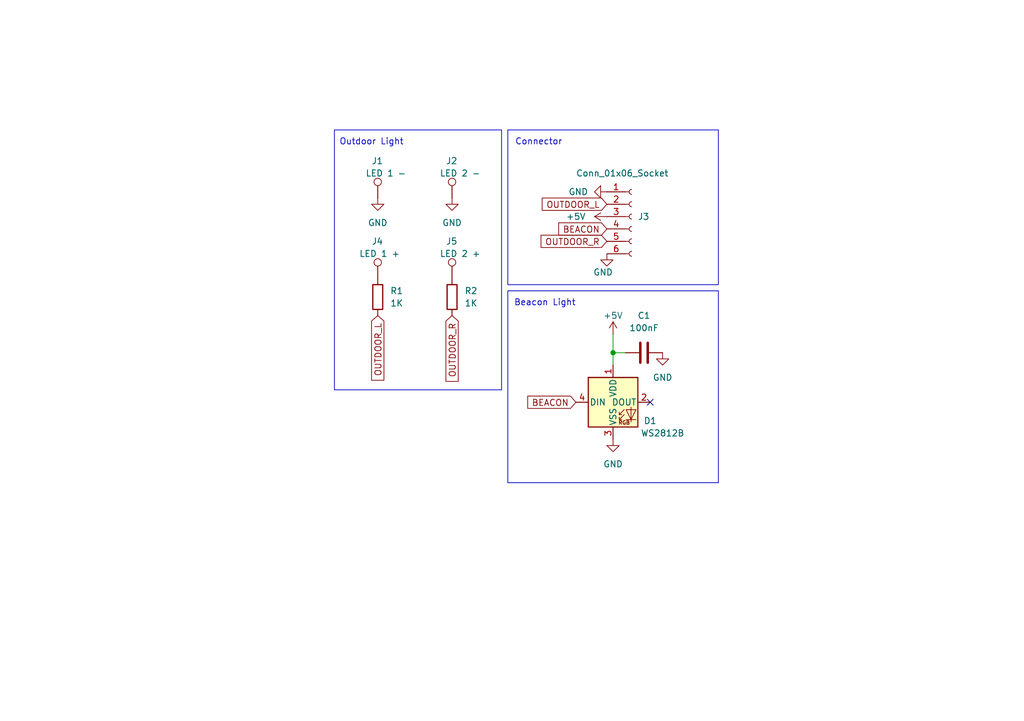
<source format=kicad_sch>
(kicad_sch (version 20250114) (generator "eeschema") (generator_version "9.0")
  (paper "A5")
  (title_block (title "Mole Beacon") (date "05.10.2025") (rev "1.0.0") (company "Peter Siegmund") (comment 1 "kicad@mars3142.org") (comment 2 "https://wiki.mars3142.dev/project/maerklin/warnemuende/lighthouse/start"))
  (lib_symbols
    (symbol "Connector:Conn_01x06_Socket" (pin_names (offset 1.016) (hide yes))
      (property "Reference" "J" (at 0 7.62 0))
      (property "Value" "Conn_01x06_Socket" (at 0 -10.16 0))
      (symbol "Conn_01x06_Socket_1_1"
        (polyline (pts (xy -1.27 5.08) (xy -0.508 5.08)) (stroke (width 0.1524)))
        (polyline (pts (xy -1.27 2.54) (xy -0.508 2.54)) (stroke (width 0.1524)))
        (polyline (pts (xy -1.27 0) (xy -0.508 0)) (stroke (width 0.1524)))
        (polyline (pts (xy -1.27 -2.54) (xy -0.508 -2.54)) (stroke (width 0.1524)))
        (polyline (pts (xy -1.27 -5.08) (xy -0.508 -5.08)) (stroke (width 0.1524)))
        (polyline (pts (xy -1.27 -7.62) (xy -0.508 -7.62)) (stroke (width 0.1524)))
        (arc (start 0 4.572) (mid -0.5058 5.08) (end 0 5.588) (stroke (width 0.1524)))
        (arc (start 0 2.032) (mid -0.5058 2.54) (end 0 3.048) (stroke (width 0.1524)))
        (arc (start 0 -0.508) (mid -0.5058 0) (end 0 0.508) (stroke (width 0.1524)))
        (arc (start 0 -3.048) (mid -0.5058 -2.54) (end 0 -2.032) (stroke (width 0.1524)))
        (arc (start 0 -5.588) (mid -0.5058 -5.08) (end 0 -4.572) (stroke (width 0.1524)))
        (arc (start 0 -8.128) (mid -0.5058 -7.62) (end 0 -7.112) (stroke (width 0.1524)))
        (pin passive line (at -5.08 5.08 0) (length 3.81) (name "Pin_1") (number "1"))
        (pin passive line (at -5.08 2.54 0) (length 3.81) (name "Pin_2") (number "2"))
        (pin passive line (at -5.08 0 0) (length 3.81) (name "Pin_3") (number "3"))
        (pin passive line (at -5.08 -2.54 0) (length 3.81) (name "Pin_4") (number "4"))
        (pin passive line (at -5.08 -5.08 0) (length 3.81) (name "Pin_5") (number "5"))
        (pin passive line (at -5.08 -7.62 0) (length 3.81) (name "Pin_6") (number "6"))
      )
    )
    (symbol "Connector:TestPoint" (pin_numbers (hide yes)) (pin_names (offset 0.762) (hide yes))
      (property "Reference" "TP" (at 0 6.858 0))
      (property "Value" "TestPoint" (at 0 5.08 0))
      (symbol "TestPoint_0_1"
        (circle (center 0 3.302) (radius 0.762))
      )
      (symbol "TestPoint_1_1"
        (pin passive line (at 0 0 90) (length 2.54) (name "1") (number "1"))
      )
    )
    (symbol "Device:C" (pin_numbers (hide yes)) (pin_names (offset 0.254))
      (property "Reference" "C" (at 0.635 2.54 0))
      (property "Value" "C" (at 0.635 -2.54 0))
      (symbol "C_0_1"
        (polyline (pts (xy -2.032 0.762) (xy 2.032 0.762)) (stroke (width 0.508)))
        (polyline (pts (xy -2.032 -0.762) (xy 2.032 -0.762)) (stroke (width 0.508)))
      )
      (symbol "C_1_1"
        (pin passive line (at 0 3.81 270) (length 2.794) (name "~") (number "1"))
        (pin passive line (at 0 -3.81 90) (length 2.794) (name "~") (number "2"))
      )
    )
    (symbol "Device:R" (pin_numbers (hide yes)) (pin_names (offset 0))
      (property "Reference" "R" (at 2.032 0 90))
      (property "Value" "R" (at 0 0 90))
      (symbol "R_0_1"
        (rectangle (start -1.016 -2.54) (end 1.016 2.54) (stroke (width 0.254)))
      )
      (symbol "R_1_1"
        (pin passive line (at 0 3.81 270) (length 1.27) (name "~") (number "1"))
        (pin passive line (at 0 -3.81 90) (length 1.27) (name "~") (number "2"))
      )
    )
    (symbol "LED:WS2812B" (pin_names (offset 0.254))
      (property "Reference" "D" (at 5.08 5.715 0))
      (property "Value" "WS2812B" (at 1.27 -5.715 0))
      (symbol "WS2812B_0_0"
        (text "RGB" (at 2.286 -4.191 0) (effects (font (size 0.762 0.762))))
      )
      (symbol "WS2812B_0_1"
        (polyline (pts (xy 1.27 -2.54) (xy 1.778 -2.54)))
        (polyline (pts (xy 1.27 -3.556) (xy 1.778 -3.556)))
        (polyline (pts (xy 2.286 -1.524) (xy 1.27 -2.54) (xy 1.27 -2.032)))
        (polyline (pts (xy 2.286 -2.54) (xy 1.27 -3.556) (xy 1.27 -3.048)))
        (polyline (pts (xy 3.683 -1.016) (xy 3.683 -3.556) (xy 3.683 -4.064)))
        (polyline (pts (xy 4.699 -1.524) (xy 2.667 -1.524) (xy 3.683 -3.556) (xy 4.699 -1.524)))
        (polyline (pts (xy 4.699 -3.556) (xy 2.667 -3.556)))
        (rectangle (start 5.08 5.08) (end -5.08 -5.08) (stroke (width 0.254)) (fill (type background)))
      )
      (symbol "WS2812B_1_1"
        (pin input line (at -7.62 0 0) (length 2.54) (name "DIN") (number "4"))
        (pin power_in line (at 0 7.62 270) (length 2.54) (name "VDD") (number "1"))
        (pin power_in line (at 0 -7.62 90) (length 2.54) (name "VSS") (number "3"))
        (pin output line (at 7.62 0 180) (length 2.54) (name "DOUT") (number "2"))
      )
    )
    (symbol "power:+5V" (power) (pin_numbers (hide yes)) (pin_names (offset 0) (hide yes))
      (property "Value" "+5V" (at 0 3.556 0))
      (symbol "+5V_0_1"
        (polyline (pts (xy -0.762 1.27) (xy 0 2.54)))
        (polyline (pts (xy 0 2.54) (xy 0.762 1.27)))
        (polyline (pts (xy 0 0) (xy 0 2.54)))
      )
      (symbol "+5V_1_1"
        (pin power_in line (at 0 0 90) (length 0) (name "~") (number "1"))
      )
    )
    (symbol "power:GND" (power) (pin_numbers (hide yes)) (pin_names (offset 0) (hide yes))
      (property "Value" "GND" (at 0 -3.81 0))
      (symbol "GND_0_1"
        (polyline (pts (xy 0 0) (xy 0 -1.27) (xy 1.27 -1.27) (xy 0 -2.54) (xy -1.27 -1.27) (xy 0 -1.27)))
      )
      (symbol "GND_1_1"
        (pin power_in line (at 0 0 270) (length 0) (name "~") (number "1"))
      )
    )
  )
  (rectangle (start 68.58 26.67) (end 102.87 80.01))
  (rectangle (start 104.14 59.69) (end 147.32 99.06))
  (rectangle (start 104.14 26.67) (end 147.32 58.42))
  (text "Beacon Light" (at 111.76 62.23 0) (effects (font (size 1.27 1.27))))
  (text "Outdoor Light" (at 76.2 29.21 0) (effects (font (size 1.27 1.27))))
  (text "Connector" (at 110.49 29.21 0) (effects (font (size 1.27 1.27))))
  (junction (at 125.73 72.39))
  (no_connect (at 133.35 82.55))
  (wire (pts (xy 128.27 72.39) (xy 125.73 72.39)))
  (wire (pts (xy 125.73 72.39) (xy 125.73 74.93)))
  (wire (pts (xy 125.73 68.58) (xy 125.73 72.39)))
  (global_label "BEACON" (shape input) (at 118.11 82.55 180) (property "Intersheetrefs" "${INTERSHEET_REFS}" (effects (hide yes))))
  (global_label "OUTDOOR_R" (shape input) (at 92.71 64.77 270) (property "Intersheetrefs" "${INTERSHEET_REFS}" (effects (hide yes))))
  (global_label "BEACON" (shape input) (at 124.46 46.99 180) (property "Intersheetrefs" "${INTERSHEET_REFS}" (effects (hide yes))))
  (global_label "OUTDOOR_L" (shape input) (at 77.47 64.77 270) (property "Intersheetrefs" "${INTERSHEET_REFS}" (effects (hide yes))))
  (global_label "OUTDOOR_L" (shape input) (at 124.46 41.91 180) (property "Intersheetrefs" "${INTERSHEET_REFS}" (effects (hide yes))))
  (global_label "OUTDOOR_R" (shape input) (at 124.46 49.53 180) (property "Intersheetrefs" "${INTERSHEET_REFS}" (effects (hide yes))))
  (symbol (lib_id "Connector:TestPoint") (at 92.71 57.15 0) (unit 1)
    (property "Reference" "J5" (at 91.44 49.53 0) (effects (justify left)))
    (property "Value" "LED 2 +" (at 90.17 52.07 0) (effects (justify left)))
    (property "Footprint" "Connector_Wire:SolderWire-0.1sqmm_1x01_D0.4mm_OD1mm" (effects (hide yes)))
    (property "Description" "test point" (effects (hide yes)))
  )
  (symbol (lib_id "Connector:Conn_01x06_Socket") (at 129.54 44.45 0) (unit 1)
    (property "Reference" "J3" (at 130.81 44.4499 0) (effects (justify left)))
    (property "Value" "Conn_01x06_Socket" (at 118.11 35.56 0) (effects (justify left)))
    (property "Footprint" "Connector_JST:JST_PH_B6B-PH-K_1x06_P2.00mm_Vertical" (effects (hide yes)))
    (property "Description" "Generic connector, single row, 01x06, script generated" (effects (hide yes)))
  )
  (symbol (lib_id "Connector:TestPoint") (at 77.47 57.15 0) (unit 1)
    (property "Reference" "J4" (at 76.2 49.53 0) (effects (justify left)))
    (property "Value" "LED 1 +" (at 73.66 52.07 0) (effects (justify left)))
    (property "Footprint" "Connector_Wire:SolderWire-0.1sqmm_1x01_D0.4mm_OD1mm" (effects (hide yes)))
    (property "Description" "test point" (effects (hide yes)))
  )
  (symbol (lib_id "power:GND") (at 92.71 40.64 0) (unit 1)
    (property "Reference" "#PWR03" (effects (hide yes)))
    (property "Value" "GND" (at 92.71 45.72 0))
    (property "Description" "Power symbol creates a global label with name \"GND\" , ground" (effects (hide yes)))
  )
  (symbol (lib_id "Connector:TestPoint") (at 77.47 40.64 0) (unit 1)
    (property "Reference" "J1" (at 76.2 33.02 0) (effects (justify left)))
    (property "Value" "LED 1 -" (at 74.93 35.56 0) (effects (justify left)))
    (property "Footprint" "Connector_Wire:SolderWire-0.1sqmm_1x01_D0.4mm_OD1mm" (effects (hide yes)))
    (property "Description" "test point" (effects (hide yes)))
  )
  (symbol (lib_id "Device:C") (at 132.08 72.39 90) (unit 1)
    (property "Reference" "C1" (at 132.08 64.77 90))
    (property "Value" "100nF" (at 132.08 67.31 90))
    (property "Footprint" "Capacitor_SMD:C_0805_2012Metric_Pad1.18x1.45mm_HandSolder" (effects (hide yes)))
    (property "Description" "Unpolarized capacitor" (effects (hide yes)))
  )
  (symbol (lib_id "LED:WS2812B") (at 125.73 82.55 0) (unit 1)
    (property "Reference" "D1" (at 133.35 86.36 0))
    (property "Value" "WS2812B" (at 135.89 88.9 0))
    (property "Footprint" "LED_SMD:LED_WS2812B_PLCC4_5.0x5.0mm_P3.2mm" (effects (hide yes)))
    (property "Datasheet" "https://cdn-shop.adafruit.com/datasheets/WS2812B.pdf" (effects (hide yes)))
    (property "Description" "RGB LED with integrated controller" (effects (hide yes)))
  )
  (symbol (lib_id "Device:R") (at 92.71 60.96 0) (unit 1)
    (property "Reference" "R2" (at 95.25 59.6899 0) (effects (justify left)))
    (property "Value" "1K" (at 95.25 62.2299 0) (effects (justify left)))
    (property "Footprint" "Resistor_SMD:R_0805_2012Metric_Pad1.20x1.40mm_HandSolder" (effects (hide yes)))
    (property "Description" "Resistor" (effects (hide yes)))
  )
  (symbol (lib_id "power:+5V") (at 125.73 68.58 0) (unit 1)
    (property "Reference" "#PWR06" (effects (hide yes)))
    (property "Value" "+5V" (at 125.73 64.77 0))
    (property "Description" "Power symbol creates a global label with name \"+5V\"" (effects (hide yes)))
  )
  (symbol (lib_id "power:GND") (at 77.47 40.64 0) (unit 1)
    (property "Reference" "#PWR02" (effects (hide yes)))
    (property "Value" "GND" (at 77.47 45.72 0))
    (property "Description" "Power symbol creates a global label with name \"GND\" , ground" (effects (hide yes)))
  )
  (symbol (lib_id "Device:R") (at 77.47 60.96 0) (unit 1)
    (property "Reference" "R1" (at 80.01 59.6899 0) (effects (justify left)))
    (property "Value" "1K" (at 80.01 62.2299 0) (effects (justify left)))
    (property "Footprint" "Resistor_SMD:R_0805_2012Metric_Pad1.20x1.40mm_HandSolder" (effects (hide yes)))
    (property "Description" "Resistor" (effects (hide yes)))
  )
  (symbol (lib_id "power:GND") (at 135.89 72.39 0) (unit 1)
    (property "Reference" "#PWR07" (effects (hide yes)))
    (property "Value" "GND" (at 135.89 77.47 0))
    (property "Description" "Power symbol creates a global label with name \"GND\" , ground" (effects (hide yes)))
  )
  (symbol (lib_id "power:GND") (at 124.46 39.37 270) (unit 1)
    (property "Reference" "#PWR01" (effects (hide yes)))
    (property "Value" "GND" (at 120.65 39.37 90) (effects (justify right)))
    (property "Description" "Power symbol creates a global label with name \"GND\" , ground" (effects (hide yes)))
  )
  (symbol (lib_id "Connector:TestPoint") (at 92.71 40.64 0) (unit 1)
    (property "Reference" "J2" (at 91.44 33.02 0) (effects (justify left)))
    (property "Value" "LED 2 -" (at 90.17 35.56 0) (effects (justify left)))
    (property "Footprint" "Connector_Wire:SolderWire-0.1sqmm_1x01_D0.4mm_OD1mm" (effects (hide yes)))
    (property "Description" "test point" (effects (hide yes)))
  )
  (symbol (lib_id "power:+5V") (at 124.46 44.45 90) (unit 1)
    (property "Reference" "#PWR04" (effects (hide yes)))
    (property "Value" "+5V" (at 118.11 44.45 90))
    (property "Description" "Power symbol creates a global label with name \"+5V\"" (effects (hide yes)))
  )
  (symbol (lib_id "power:GND") (at 124.46 52.07 0) (unit 1)
    (property "Reference" "#PWR05" (effects (hide yes)))
    (property "Value" "GND" (at 125.73 55.88 0) (effects (justify right)))
    (property "Description" "Power symbol creates a global label with name \"GND\" , ground" (effects (hide yes)))
  )
  (symbol (lib_id "power:GND") (at 125.73 90.17 0) (unit 1)
    (property "Reference" "#PWR08" (effects (hide yes)))
    (property "Value" "GND" (at 125.73 95.25 0))
    (property "Description" "Power symbol creates a global label with name \"GND\" , ground" (effects (hide yes)))
  )
)
</source>
